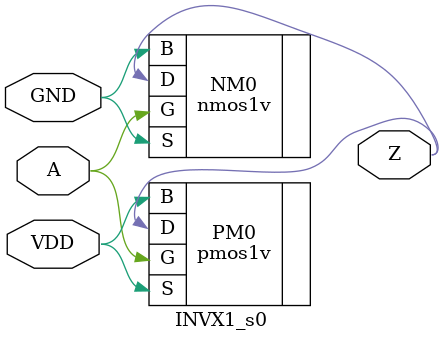
<source format=v>

module INVX1_s0 (
VDD,A,GND,Z );
input  VDD;
input  A;
input  GND;
output  Z;
wire VDD;
wire Z;
wire A;
wire GND;

nmos1v    
 NM0  ( .S( GND ), .G( A ), .B( GND ), .D( Z ) );

pmos1v    
 PM0  ( .S( VDD ), .G( A ), .B( VDD ), .D( Z ) );

endmodule


</source>
